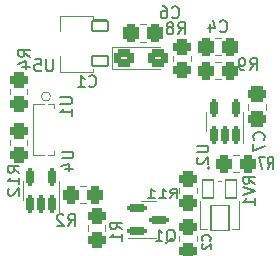
<source format=gbr>
%TF.GenerationSoftware,KiCad,Pcbnew,(6.0.1)*%
%TF.CreationDate,2024-02-25T10:31:20+01:00*%
%TF.ProjectId,Lin1,4c696e31-2e6b-4696-9361-645f70636258,rev?*%
%TF.SameCoordinates,Original*%
%TF.FileFunction,Legend,Bot*%
%TF.FilePolarity,Positive*%
%FSLAX46Y46*%
G04 Gerber Fmt 4.6, Leading zero omitted, Abs format (unit mm)*
G04 Created by KiCad (PCBNEW (6.0.1)) date 2024-02-25 10:31:20*
%MOMM*%
%LPD*%
G01*
G04 APERTURE LIST*
G04 Aperture macros list*
%AMRoundRect*
0 Rectangle with rounded corners*
0 $1 Rounding radius*
0 $2 $3 $4 $5 $6 $7 $8 $9 X,Y pos of 4 corners*
0 Add a 4 corners polygon primitive as box body*
4,1,4,$2,$3,$4,$5,$6,$7,$8,$9,$2,$3,0*
0 Add four circle primitives for the rounded corners*
1,1,$1+$1,$2,$3*
1,1,$1+$1,$4,$5*
1,1,$1+$1,$6,$7*
1,1,$1+$1,$8,$9*
0 Add four rect primitives between the rounded corners*
20,1,$1+$1,$2,$3,$4,$5,0*
20,1,$1+$1,$4,$5,$6,$7,0*
20,1,$1+$1,$6,$7,$8,$9,0*
20,1,$1+$1,$8,$9,$2,$3,0*%
%AMFreePoly0*
4,1,27,3.910709,0.923953,3.936361,0.879524,3.937500,0.866500,3.937500,-0.866500,3.919953,-0.914709,3.875524,-0.940361,3.862500,-0.941500,0.737500,-0.941500,0.689291,-0.923953,0.663639,-0.879524,0.662500,-0.866500,0.662500,-0.525000,-0.737500,-0.525000,-0.785709,-0.507453,-0.811361,-0.463024,-0.812500,-0.450000,-0.812500,0.450000,-0.794953,0.498209,-0.750524,0.523861,-0.737500,0.525000,
0.662500,0.525000,0.662500,0.866500,0.680047,0.914709,0.724476,0.940361,0.737500,0.941500,3.862500,0.941500,3.910709,0.923953,3.910709,0.923953,$1*%
G04 Aperture macros list end*
%ADD10C,0.150000*%
%ADD11C,0.120000*%
%ADD12C,5.090000*%
%ADD13RoundRect,0.325000X-0.537500X-0.425000X0.537500X-0.425000X0.537500X0.425000X-0.537500X0.425000X0*%
%ADD14RoundRect,0.325000X0.450000X-0.350000X0.450000X0.350000X-0.450000X0.350000X-0.450000X-0.350000X0*%
%ADD15RoundRect,0.325000X0.325000X0.450000X-0.325000X0.450000X-0.325000X-0.450000X0.325000X-0.450000X0*%
%ADD16C,10.150000*%
%ADD17RoundRect,0.325000X-0.450000X0.350000X-0.450000X-0.350000X0.450000X-0.350000X0.450000X0.350000X0*%
%ADD18O,1.293000X1.007250*%
%ADD19RoundRect,0.225000X-0.587500X-0.150000X0.587500X-0.150000X0.587500X0.150000X-0.587500X0.150000X0*%
%ADD20RoundRect,0.325000X-0.350000X-0.450000X0.350000X-0.450000X0.350000X0.450000X-0.350000X0.450000X0*%
%ADD21RoundRect,0.325000X0.475000X-0.337500X0.475000X0.337500X-0.475000X0.337500X-0.475000X-0.337500X0*%
%ADD22RoundRect,0.225000X0.150000X-0.512500X0.150000X0.512500X-0.150000X0.512500X-0.150000X-0.512500X0*%
%ADD23RoundRect,0.325000X0.337500X0.475000X-0.337500X0.475000X-0.337500X-0.475000X0.337500X-0.475000X0*%
%ADD24RoundRect,0.075000X0.650000X0.450000X-0.650000X0.450000X-0.650000X-0.450000X0.650000X-0.450000X0*%
%ADD25FreePoly0,180.000000*%
%ADD26RoundRect,0.325000X-0.337500X-0.475000X0.337500X-0.475000X0.337500X0.475000X-0.337500X0.475000X0*%
%ADD27RoundRect,0.325000X0.350000X0.450000X-0.350000X0.450000X-0.350000X-0.450000X0.350000X-0.450000X0*%
%ADD28RoundRect,0.075000X-0.469900X-0.774700X0.469900X-0.774700X0.469900X0.774700X-0.469900X0.774700X0*%
%ADD29RoundRect,0.075000X-0.749300X-1.066800X0.749300X-1.066800X0.749300X1.066800X-0.749300X1.066800X0*%
G04 APERTURE END LIST*
D10*
%TO.C,C1*%
X146057166Y-96289142D02*
X146104785Y-96336761D01*
X146247642Y-96384380D01*
X146342880Y-96384380D01*
X146485738Y-96336761D01*
X146580976Y-96241523D01*
X146628595Y-96146285D01*
X146676214Y-95955809D01*
X146676214Y-95812952D01*
X146628595Y-95622476D01*
X146580976Y-95527238D01*
X146485738Y-95432000D01*
X146342880Y-95384380D01*
X146247642Y-95384380D01*
X146104785Y-95432000D01*
X146057166Y-95479619D01*
X145104785Y-96384380D02*
X145676214Y-96384380D01*
X145390500Y-96384380D02*
X145390500Y-95384380D01*
X145485738Y-95527238D01*
X145580976Y-95622476D01*
X145676214Y-95670095D01*
%TO.C,R1*%
X148852380Y-108433333D02*
X148376190Y-108100000D01*
X148852380Y-107861904D02*
X147852380Y-107861904D01*
X147852380Y-108242857D01*
X147900000Y-108338095D01*
X147947619Y-108385714D01*
X148042857Y-108433333D01*
X148185714Y-108433333D01*
X148280952Y-108385714D01*
X148328571Y-108338095D01*
X148376190Y-108242857D01*
X148376190Y-107861904D01*
X148852380Y-109385714D02*
X148852380Y-108814285D01*
X148852380Y-109100000D02*
X147852380Y-109100000D01*
X147995238Y-109004761D01*
X148090476Y-108909523D01*
X148138095Y-108814285D01*
%TO.C,R2*%
X144266666Y-108152380D02*
X144600000Y-107676190D01*
X144838095Y-108152380D02*
X144838095Y-107152380D01*
X144457142Y-107152380D01*
X144361904Y-107200000D01*
X144314285Y-107247619D01*
X144266666Y-107342857D01*
X144266666Y-107485714D01*
X144314285Y-107580952D01*
X144361904Y-107628571D01*
X144457142Y-107676190D01*
X144838095Y-107676190D01*
X143885714Y-107247619D02*
X143838095Y-107200000D01*
X143742857Y-107152380D01*
X143504761Y-107152380D01*
X143409523Y-107200000D01*
X143361904Y-107247619D01*
X143314285Y-107342857D01*
X143314285Y-107438095D01*
X143361904Y-107580952D01*
X143933333Y-108152380D01*
X143314285Y-108152380D01*
%TO.C,R4*%
X141060380Y-93813333D02*
X140584190Y-93480000D01*
X141060380Y-93241904D02*
X140060380Y-93241904D01*
X140060380Y-93622857D01*
X140108000Y-93718095D01*
X140155619Y-93765714D01*
X140250857Y-93813333D01*
X140393714Y-93813333D01*
X140488952Y-93765714D01*
X140536571Y-93718095D01*
X140584190Y-93622857D01*
X140584190Y-93241904D01*
X140393714Y-94670476D02*
X141060380Y-94670476D01*
X140012761Y-94432380D02*
X140727047Y-94194285D01*
X140727047Y-94813333D01*
%TO.C,U1*%
X143627380Y-97238095D02*
X144436904Y-97238095D01*
X144532142Y-97285714D01*
X144579761Y-97333333D01*
X144627380Y-97428571D01*
X144627380Y-97619047D01*
X144579761Y-97714285D01*
X144532142Y-97761904D01*
X144436904Y-97809523D01*
X143627380Y-97809523D01*
X144627380Y-98809523D02*
X144627380Y-98238095D01*
X144627380Y-98523809D02*
X143627380Y-98523809D01*
X143770238Y-98428571D01*
X143865476Y-98333333D01*
X143913095Y-98238095D01*
%TO.C,R11*%
X152942857Y-105739285D02*
X153276190Y-105382142D01*
X153514285Y-105739285D02*
X153514285Y-104989285D01*
X153133333Y-104989285D01*
X153038095Y-105025000D01*
X152990476Y-105060714D01*
X152942857Y-105132142D01*
X152942857Y-105239285D01*
X152990476Y-105310714D01*
X153038095Y-105346428D01*
X153133333Y-105382142D01*
X153514285Y-105382142D01*
X151990476Y-105739285D02*
X152561904Y-105739285D01*
X152276190Y-105739285D02*
X152276190Y-104989285D01*
X152371428Y-105096428D01*
X152466666Y-105167857D01*
X152561904Y-105203571D01*
X151038095Y-105739285D02*
X151609523Y-105739285D01*
X151323809Y-105739285D02*
X151323809Y-104989285D01*
X151419047Y-105096428D01*
X151514285Y-105167857D01*
X151609523Y-105203571D01*
%TO.C,Q1*%
X152595238Y-109547619D02*
X152690476Y-109500000D01*
X152785714Y-109404761D01*
X152928571Y-109261904D01*
X153023809Y-109214285D01*
X153119047Y-109214285D01*
X153071428Y-109452380D02*
X153166666Y-109404761D01*
X153261904Y-109309523D01*
X153309523Y-109119047D01*
X153309523Y-108785714D01*
X153261904Y-108595238D01*
X153166666Y-108500000D01*
X153071428Y-108452380D01*
X152880952Y-108452380D01*
X152785714Y-108500000D01*
X152690476Y-108595238D01*
X152642857Y-108785714D01*
X152642857Y-109119047D01*
X152690476Y-109309523D01*
X152785714Y-109404761D01*
X152880952Y-109452380D01*
X153071428Y-109452380D01*
X151690476Y-109452380D02*
X152261904Y-109452380D01*
X151976190Y-109452380D02*
X151976190Y-108452380D01*
X152071428Y-108595238D01*
X152166666Y-108690476D01*
X152261904Y-108738095D01*
%TO.C,R7*%
X161161000Y-103322380D02*
X161411000Y-102846190D01*
X161589571Y-103322380D02*
X161589571Y-102322380D01*
X161303857Y-102322380D01*
X161232428Y-102370000D01*
X161196714Y-102417619D01*
X161161000Y-102512857D01*
X161161000Y-102655714D01*
X161196714Y-102750952D01*
X161232428Y-102798571D01*
X161303857Y-102846190D01*
X161589571Y-102846190D01*
X160911000Y-102322380D02*
X160411000Y-102322380D01*
X160732428Y-103322380D01*
%TO.C,C7*%
X160857142Y-100833333D02*
X160904761Y-100785714D01*
X160952380Y-100642857D01*
X160952380Y-100547619D01*
X160904761Y-100404761D01*
X160809523Y-100309523D01*
X160714285Y-100261904D01*
X160523809Y-100214285D01*
X160380952Y-100214285D01*
X160190476Y-100261904D01*
X160095238Y-100309523D01*
X160000000Y-100404761D01*
X159952380Y-100547619D01*
X159952380Y-100642857D01*
X160000000Y-100785714D01*
X160047619Y-100833333D01*
X159952380Y-101166666D02*
X159952380Y-101833333D01*
X160952380Y-101404761D01*
%TO.C,U2*%
X155154380Y-101346095D02*
X155963904Y-101346095D01*
X156059142Y-101393714D01*
X156106761Y-101441333D01*
X156154380Y-101536571D01*
X156154380Y-101727047D01*
X156106761Y-101822285D01*
X156059142Y-101869904D01*
X155963904Y-101917523D01*
X155154380Y-101917523D01*
X155249619Y-102346095D02*
X155202000Y-102393714D01*
X155154380Y-102488952D01*
X155154380Y-102727047D01*
X155202000Y-102822285D01*
X155249619Y-102869904D01*
X155344857Y-102917523D01*
X155440095Y-102917523D01*
X155582952Y-102869904D01*
X156154380Y-102298476D01*
X156154380Y-102917523D01*
%TO.C,U4*%
X143724380Y-101854095D02*
X144533904Y-101854095D01*
X144629142Y-101901714D01*
X144676761Y-101949333D01*
X144724380Y-102044571D01*
X144724380Y-102235047D01*
X144676761Y-102330285D01*
X144629142Y-102377904D01*
X144533904Y-102425523D01*
X143724380Y-102425523D01*
X144057714Y-103330285D02*
X144724380Y-103330285D01*
X143676761Y-103092190D02*
X144391047Y-102854095D01*
X144391047Y-103473142D01*
%TO.C,C4*%
X157138666Y-91641142D02*
X157186285Y-91688761D01*
X157329142Y-91736380D01*
X157424380Y-91736380D01*
X157567238Y-91688761D01*
X157662476Y-91593523D01*
X157710095Y-91498285D01*
X157757714Y-91307809D01*
X157757714Y-91164952D01*
X157710095Y-90974476D01*
X157662476Y-90879238D01*
X157567238Y-90784000D01*
X157424380Y-90736380D01*
X157329142Y-90736380D01*
X157186285Y-90784000D01*
X157138666Y-90831619D01*
X156281523Y-91069714D02*
X156281523Y-91736380D01*
X156519619Y-90688761D02*
X156757714Y-91403047D01*
X156138666Y-91403047D01*
%TO.C,U5*%
X142999904Y-94037380D02*
X142999904Y-94846904D01*
X142952285Y-94942142D01*
X142904666Y-94989761D01*
X142809428Y-95037380D01*
X142618952Y-95037380D01*
X142523714Y-94989761D01*
X142476095Y-94942142D01*
X142428476Y-94846904D01*
X142428476Y-94037380D01*
X141476095Y-94037380D02*
X141952285Y-94037380D01*
X141999904Y-94513571D01*
X141952285Y-94465952D01*
X141857047Y-94418333D01*
X141618952Y-94418333D01*
X141523714Y-94465952D01*
X141476095Y-94513571D01*
X141428476Y-94608809D01*
X141428476Y-94846904D01*
X141476095Y-94942142D01*
X141523714Y-94989761D01*
X141618952Y-95037380D01*
X141857047Y-95037380D01*
X141952285Y-94989761D01*
X141999904Y-94942142D01*
%TO.C,C2*%
X156267857Y-109375000D02*
X156303571Y-109339285D01*
X156339285Y-109232142D01*
X156339285Y-109160714D01*
X156303571Y-109053571D01*
X156232142Y-108982142D01*
X156160714Y-108946428D01*
X156017857Y-108910714D01*
X155910714Y-108910714D01*
X155767857Y-108946428D01*
X155696428Y-108982142D01*
X155625000Y-109053571D01*
X155589285Y-109160714D01*
X155589285Y-109232142D01*
X155625000Y-109339285D01*
X155660714Y-109375000D01*
X155660714Y-109660714D02*
X155625000Y-109696428D01*
X155589285Y-109767857D01*
X155589285Y-109946428D01*
X155625000Y-110017857D01*
X155660714Y-110053571D01*
X155732142Y-110089285D01*
X155803571Y-110089285D01*
X155910714Y-110053571D01*
X156339285Y-109625000D01*
X156339285Y-110089285D01*
%TO.C,C6*%
X153074666Y-90457142D02*
X153122285Y-90504761D01*
X153265142Y-90552380D01*
X153360380Y-90552380D01*
X153503238Y-90504761D01*
X153598476Y-90409523D01*
X153646095Y-90314285D01*
X153693714Y-90123809D01*
X153693714Y-89980952D01*
X153646095Y-89790476D01*
X153598476Y-89695238D01*
X153503238Y-89600000D01*
X153360380Y-89552380D01*
X153265142Y-89552380D01*
X153122285Y-89600000D01*
X153074666Y-89647619D01*
X152217523Y-89552380D02*
X152408000Y-89552380D01*
X152503238Y-89600000D01*
X152550857Y-89647619D01*
X152646095Y-89790476D01*
X152693714Y-89980952D01*
X152693714Y-90361904D01*
X152646095Y-90457142D01*
X152598476Y-90504761D01*
X152503238Y-90552380D01*
X152312761Y-90552380D01*
X152217523Y-90504761D01*
X152169904Y-90457142D01*
X152122285Y-90361904D01*
X152122285Y-90123809D01*
X152169904Y-90028571D01*
X152217523Y-89980952D01*
X152312761Y-89933333D01*
X152503238Y-89933333D01*
X152598476Y-89980952D01*
X152646095Y-90028571D01*
X152693714Y-90123809D01*
%TO.C,R9*%
X159678666Y-94940380D02*
X160012000Y-94464190D01*
X160250095Y-94940380D02*
X160250095Y-93940380D01*
X159869142Y-93940380D01*
X159773904Y-93988000D01*
X159726285Y-94035619D01*
X159678666Y-94130857D01*
X159678666Y-94273714D01*
X159726285Y-94368952D01*
X159773904Y-94416571D01*
X159869142Y-94464190D01*
X160250095Y-94464190D01*
X159202476Y-94940380D02*
X159012000Y-94940380D01*
X158916761Y-94892761D01*
X158869142Y-94845142D01*
X158773904Y-94702285D01*
X158726285Y-94511809D01*
X158726285Y-94130857D01*
X158773904Y-94035619D01*
X158821523Y-93988000D01*
X158916761Y-93940380D01*
X159107238Y-93940380D01*
X159202476Y-93988000D01*
X159250095Y-94035619D01*
X159297714Y-94130857D01*
X159297714Y-94368952D01*
X159250095Y-94464190D01*
X159202476Y-94511809D01*
X159107238Y-94559428D01*
X158916761Y-94559428D01*
X158821523Y-94511809D01*
X158773904Y-94464190D01*
X158726285Y-94368952D01*
%TO.C,RV1*%
X160092380Y-104560761D02*
X159616190Y-104227428D01*
X160092380Y-103989333D02*
X159092380Y-103989333D01*
X159092380Y-104370285D01*
X159140000Y-104465523D01*
X159187619Y-104513142D01*
X159282857Y-104560761D01*
X159425714Y-104560761D01*
X159520952Y-104513142D01*
X159568571Y-104465523D01*
X159616190Y-104370285D01*
X159616190Y-103989333D01*
X159092380Y-104846476D02*
X160092380Y-105179809D01*
X159092380Y-105513142D01*
X160092380Y-106370285D02*
X160092380Y-105798857D01*
X160092380Y-106084571D02*
X159092380Y-106084571D01*
X159235238Y-105989333D01*
X159330476Y-105894095D01*
X159378095Y-105798857D01*
%TO.C,R8*%
X153582666Y-91892380D02*
X153916000Y-91416190D01*
X154154095Y-91892380D02*
X154154095Y-90892380D01*
X153773142Y-90892380D01*
X153677904Y-90940000D01*
X153630285Y-90987619D01*
X153582666Y-91082857D01*
X153582666Y-91225714D01*
X153630285Y-91320952D01*
X153677904Y-91368571D01*
X153773142Y-91416190D01*
X154154095Y-91416190D01*
X153011238Y-91320952D02*
X153106476Y-91273333D01*
X153154095Y-91225714D01*
X153201714Y-91130476D01*
X153201714Y-91082857D01*
X153154095Y-90987619D01*
X153106476Y-90940000D01*
X153011238Y-90892380D01*
X152820761Y-90892380D01*
X152725523Y-90940000D01*
X152677904Y-90987619D01*
X152630285Y-91082857D01*
X152630285Y-91130476D01*
X152677904Y-91225714D01*
X152725523Y-91273333D01*
X152820761Y-91320952D01*
X153011238Y-91320952D01*
X153106476Y-91368571D01*
X153154095Y-91416190D01*
X153201714Y-91511428D01*
X153201714Y-91701904D01*
X153154095Y-91797142D01*
X153106476Y-91844761D01*
X153011238Y-91892380D01*
X152820761Y-91892380D01*
X152725523Y-91844761D01*
X152677904Y-91797142D01*
X152630285Y-91701904D01*
X152630285Y-91511428D01*
X152677904Y-91416190D01*
X152725523Y-91368571D01*
X152820761Y-91320952D01*
%TO.C,R12*%
X140152380Y-103657142D02*
X139676190Y-103323809D01*
X140152380Y-103085714D02*
X139152380Y-103085714D01*
X139152380Y-103466666D01*
X139200000Y-103561904D01*
X139247619Y-103609523D01*
X139342857Y-103657142D01*
X139485714Y-103657142D01*
X139580952Y-103609523D01*
X139628571Y-103561904D01*
X139676190Y-103466666D01*
X139676190Y-103085714D01*
X140152380Y-104609523D02*
X140152380Y-104038095D01*
X140152380Y-104323809D02*
X139152380Y-104323809D01*
X139295238Y-104228571D01*
X139390476Y-104133333D01*
X139438095Y-104038095D01*
X139247619Y-104990476D02*
X139200000Y-105038095D01*
X139152380Y-105133333D01*
X139152380Y-105371428D01*
X139200000Y-105466666D01*
X139247619Y-105514285D01*
X139342857Y-105561904D01*
X139438095Y-105561904D01*
X139580952Y-105514285D01*
X140152380Y-104942857D01*
X140152380Y-105561904D01*
D11*
%TO.C,C1*%
X152062500Y-94835000D02*
X147977500Y-94835000D01*
X147977500Y-92965000D02*
X152062500Y-92965000D01*
X147977500Y-94835000D02*
X147977500Y-92965000D01*
%TO.C,R1*%
X145965000Y-108527064D02*
X145965000Y-108072936D01*
X147435000Y-108527064D02*
X147435000Y-108072936D01*
%TO.C,R2*%
X145803252Y-106210000D02*
X145280748Y-106210000D01*
X145803252Y-104790000D02*
X145280748Y-104790000D01*
%TO.C,R4*%
X140835000Y-96546936D02*
X140835000Y-97001064D01*
X139365000Y-96546936D02*
X139365000Y-97001064D01*
%TO.C,U1*%
X143098500Y-101814237D02*
X143098500Y-102129000D01*
X142565315Y-97811000D02*
X143098500Y-97811000D01*
X141320500Y-97811000D02*
X142234685Y-97811000D01*
X143098500Y-97811000D02*
X143098500Y-98125763D01*
X143098500Y-102129000D02*
X142565315Y-102129000D01*
X142234685Y-102129000D02*
X141320500Y-102129000D01*
X141320500Y-102129000D02*
X141320500Y-97811000D01*
X142781000Y-97176000D02*
G75*
G03*
X142781000Y-97176000I-381000J0D01*
G01*
%TO.C,R11*%
X155167000Y-104928936D02*
X155167000Y-105383064D01*
X153697000Y-104928936D02*
X153697000Y-105383064D01*
%TO.C,Q1*%
X151062500Y-106040000D02*
X150412500Y-106040000D01*
X151062500Y-106040000D02*
X151712500Y-106040000D01*
X151062500Y-109160000D02*
X151712500Y-109160000D01*
X151062500Y-109160000D02*
X149387500Y-109160000D01*
%TO.C,R7*%
X158268936Y-103605000D02*
X158723064Y-103605000D01*
X158268936Y-102135000D02*
X158723064Y-102135000D01*
%TO.C,C7*%
X161009000Y-98305252D02*
X161009000Y-97782748D01*
X159539000Y-98305252D02*
X159539000Y-97782748D01*
%TO.C,U2*%
X159106000Y-99314000D02*
X159106000Y-101114000D01*
X155986000Y-99314000D02*
X155986000Y-98514000D01*
X159106000Y-99314000D02*
X159106000Y-98514000D01*
X155986000Y-99314000D02*
X155986000Y-100114000D01*
%TO.C,U4*%
X143546000Y-105156000D02*
X143546000Y-104356000D01*
X140426000Y-105156000D02*
X140426000Y-104356000D01*
X140426000Y-105156000D02*
X140426000Y-105956000D01*
X143546000Y-105156000D02*
X143546000Y-106956000D01*
%TO.C,C4*%
X157233252Y-92229000D02*
X156710748Y-92229000D01*
X157233252Y-93699000D02*
X156710748Y-93699000D01*
%TO.C,U5*%
X146348000Y-90350000D02*
X146348000Y-90580000D01*
X147488000Y-90580000D02*
X146348000Y-90580000D01*
X146348000Y-95070000D02*
X146348000Y-94840000D01*
X143628000Y-93760000D02*
X143628000Y-95070000D01*
X143628000Y-90350000D02*
X143628000Y-91660000D01*
X143628000Y-95070000D02*
X146348000Y-95070000D01*
X146348000Y-90350000D02*
X143628000Y-90350000D01*
%TO.C,C2*%
X155167000Y-108992936D02*
X155167000Y-109447064D01*
X153697000Y-108992936D02*
X153697000Y-109447064D01*
%TO.C,C6*%
X150360748Y-91065000D02*
X150883252Y-91065000D01*
X150360748Y-92535000D02*
X150883252Y-92535000D01*
%TO.C,R9*%
X157199064Y-94261000D02*
X156744936Y-94261000D01*
X157199064Y-95731000D02*
X156744936Y-95731000D01*
%TO.C,RV1*%
X156017960Y-108412000D02*
X155474400Y-108412000D01*
X158725600Y-108412000D02*
X158182040Y-108412000D01*
X158725600Y-108412000D02*
X158725600Y-106031940D01*
X155474400Y-108412000D02*
X155474400Y-106031940D01*
X156952640Y-104348000D02*
X157247360Y-104348000D01*
X156277000Y-103205000D02*
G75*
G03*
X156277000Y-103205000I-127000J0D01*
G01*
%TO.C,R8*%
X154659000Y-93736936D02*
X154659000Y-94191064D01*
X153189000Y-93736936D02*
X153189000Y-94191064D01*
%TO.C,R12*%
X139365000Y-100864936D02*
X139365000Y-101319064D01*
X140835000Y-100864936D02*
X140835000Y-101319064D01*
%TD*%
%LPC*%
D12*
%TO.C,J2*%
X150000000Y-111750000D03*
X150000000Y-88250000D03*
%TD*%
D13*
%TO.C,C1*%
X149025000Y-93900000D03*
X151900000Y-93900000D03*
%TD*%
D14*
%TO.C,R1*%
X146700000Y-109300000D03*
X146700000Y-107300000D03*
%TD*%
D15*
%TO.C,R2*%
X146567000Y-105500000D03*
X144517000Y-105500000D03*
%TD*%
D16*
%TO.C,J1*%
X150000000Y-100000000D03*
%TD*%
D17*
%TO.C,R4*%
X140100000Y-95774000D03*
X140100000Y-97774000D03*
%TD*%
D18*
%TO.C,U1*%
X142400000Y-98700000D03*
X142400000Y-99970000D03*
X142400000Y-101240000D03*
%TD*%
D17*
%TO.C,R11*%
X154432000Y-104156000D03*
X154432000Y-106156000D03*
%TD*%
D19*
%TO.C,Q1*%
X150125000Y-108550000D03*
X150125000Y-106650000D03*
X152000000Y-107600000D03*
%TD*%
D20*
%TO.C,R7*%
X157496000Y-102870000D03*
X159496000Y-102870000D03*
%TD*%
D21*
%TO.C,C7*%
X160274000Y-99081500D03*
X160274000Y-97006500D03*
%TD*%
D22*
%TO.C,U2*%
X158496000Y-100451500D03*
X157546000Y-100451500D03*
X156596000Y-100451500D03*
X156596000Y-98176500D03*
X158496000Y-98176500D03*
%TD*%
%TO.C,U4*%
X142936000Y-106293500D03*
X141986000Y-106293500D03*
X141036000Y-106293500D03*
X141036000Y-104018500D03*
X142936000Y-104018500D03*
%TD*%
D23*
%TO.C,C4*%
X158009500Y-92964000D03*
X155934500Y-92964000D03*
%TD*%
D24*
%TO.C,U5*%
X146938000Y-91210000D03*
D25*
X146850500Y-92710000D03*
D24*
X146938000Y-94210000D03*
%TD*%
D17*
%TO.C,C2*%
X154432000Y-108220000D03*
X154432000Y-110220000D03*
%TD*%
D26*
%TO.C,C6*%
X149584500Y-91800000D03*
X151659500Y-91800000D03*
%TD*%
D27*
%TO.C,R9*%
X157972000Y-94996000D03*
X155972000Y-94996000D03*
%TD*%
D28*
%TO.C,RV1*%
X156150000Y-104995700D03*
D29*
X157100000Y-107472200D03*
D28*
X158050000Y-104995700D03*
%TD*%
D17*
%TO.C,R8*%
X153924000Y-92964000D03*
X153924000Y-94964000D03*
%TD*%
%TO.C,R12*%
X140100000Y-100092000D03*
X140100000Y-102092000D03*
%TD*%
M02*

</source>
